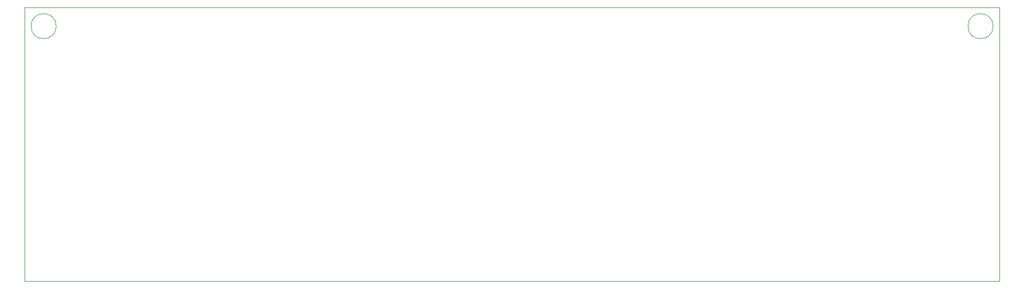
<source format=gbr>
%TF.GenerationSoftware,KiCad,Pcbnew,7.0.2*%
%TF.CreationDate,2024-10-16T20:37:04+05:30*%
%TF.ProjectId,digitalClock,64696769-7461-46c4-936c-6f636b2e6b69,rev?*%
%TF.SameCoordinates,Original*%
%TF.FileFunction,Profile,NP*%
%FSLAX46Y46*%
G04 Gerber Fmt 4.6, Leading zero omitted, Abs format (unit mm)*
G04 Created by KiCad (PCBNEW 7.0.2) date 2024-10-16 20:37:04*
%MOMM*%
%LPD*%
G01*
G04 APERTURE LIST*
%TA.AperFunction,Profile*%
%ADD10C,0.100000*%
%TD*%
G04 APERTURE END LIST*
D10*
X72500000Y-80000000D02*
G75*
G03*
X72500000Y-80000000I-2000000J0D01*
G01*
X67500000Y-77000000D02*
X222000000Y-77000000D01*
X222000000Y-120500000D01*
X67500000Y-120500000D01*
X67500000Y-77000000D01*
X221000000Y-80000000D02*
G75*
G03*
X221000000Y-80000000I-2000000J0D01*
G01*
M02*

</source>
